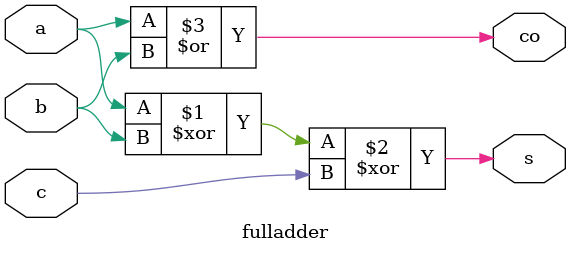
<source format=v>
`timescale 1ns / 1ps
module fulladder(a,b,c,s,co);
    input a,b,c;
    output s,co;
    assign s=a^b^c;
	 assign co=a|b;


endmodule

</source>
